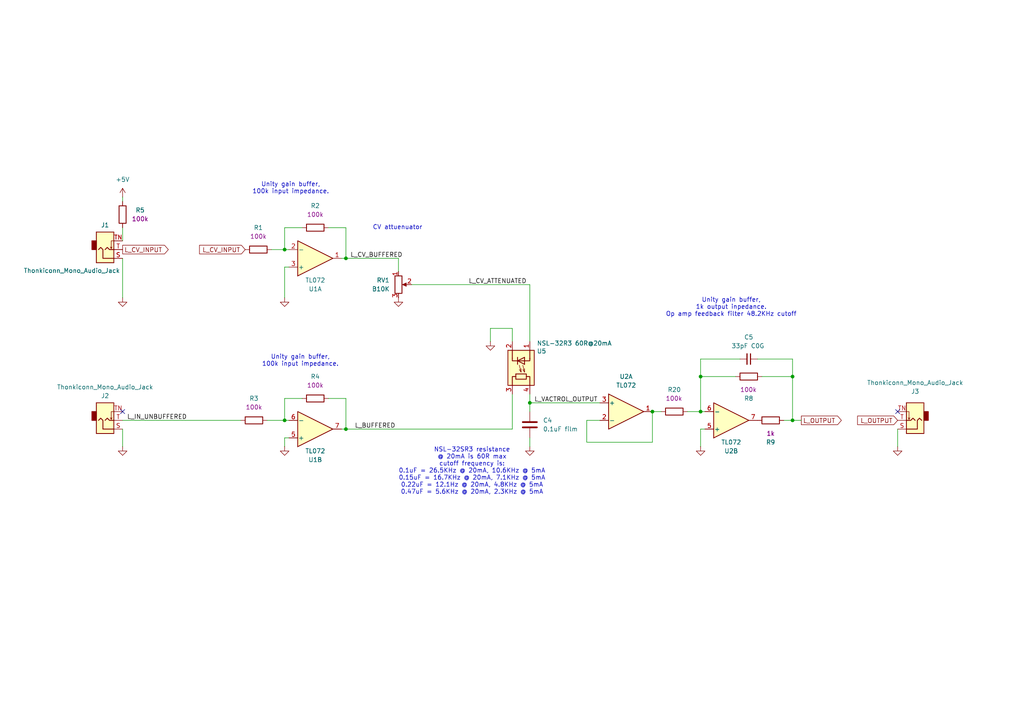
<source format=kicad_sch>
(kicad_sch (version 20250114) (generator "eeschema") (generator_version "9.0")
  (paper "A4")
  (lib_symbols
    (symbol "Device:C" (pin_numbers (hide yes)) (pin_names (offset 0.254))
      (property "Reference" "C" (at 0.635 2.54 0))
      (property "Value" "C" (at 0.635 -2.54 0))
      (symbol "C_0_1"
        (polyline (pts (xy -2.032 0.762) (xy 2.032 0.762)) (stroke (width 0.508)))
        (polyline (pts (xy -2.032 -0.762) (xy 2.032 -0.762)) (stroke (width 0.508)))
      )
      (symbol "C_1_1"
        (pin passive line (at 0 3.81 270) (length 2.794) (name "~") (number "1"))
        (pin passive line (at 0 -3.81 90) (length 2.794) (name "~") (number "2"))
      )
    )
    (symbol "Isolator:NSL-32" (pin_names (offset 0.762) (hide yes))
      (property "Reference" "U" (at 0 5.08 0))
      (property "Value" "NSL-32" (at 0 -5.08 0))
      (symbol "NSL-32_0_1"
        (rectangle (start -5.08 3.81) (end 5.08 -3.81) (stroke (width 0.254)) (fill (type background)))
        (polyline (pts (xy -5.08 2.54) (xy -2.54 2.54)) (stroke (width 0.254)))
        (polyline (pts (xy -2.794 -2.54) (xy -5.08 -2.54)) (stroke (width 0.254)))
        (polyline (pts (xy -2.794 -2.54) (xy -2.032 -2.54) (xy -2.032 2.54) (xy -2.794 2.54)) (stroke (width 0.254)))
        (polyline (pts (xy -1.016 1.016) (xy -3.048 1.016) (xy -2.032 -1.016) (xy -1.016 1.016)) (stroke (width 0.254)))
        (polyline (pts (xy -1.016 -1.016) (xy -3.048 -1.016)) (stroke (width 0.254)))
        (polyline (pts (xy -0.762 0.508) (xy 1.27 1.016)))
        (polyline (pts (xy -0.762 -0.508) (xy 1.27 0)))
        (polyline (pts (xy 0.254 1.016) (xy 1.27 1.016) (xy 0.508 0.508)))
        (polyline (pts (xy 0.254 0) (xy 1.27 0) (xy 0.508 -0.508)))
        (rectangle (start 1.778 1.524) (end 3.302 -1.524) (stroke (width 0.254)))
        (polyline (pts (xy 2.54 1.524) (xy 2.54 2.54) (xy 5.08 2.54)) (stroke (width 0.254)))
        (polyline (pts (xy 2.54 -1.524) (xy 2.54 -2.54) (xy 5.08 -2.54)) (stroke (width 0.254)))
      )
      (symbol "NSL-32_1_1"
        (pin passive line (at -7.62 2.54 0) (length 2.54) (name "A") (number "1"))
        (pin passive line (at -7.62 -2.54 0) (length 2.54) (name "K") (number "2"))
        (pin passive line (at 7.62 2.54 180) (length 2.54) (name "R") (number "4"))
        (pin passive line (at 7.62 -2.54 180) (length 2.54) (name "R") (number "3"))
      )
    )
    (symbol "Lichen:100k_0603" (pin_numbers (hide yes)) (pin_names (offset 0))
      (property "Reference" "R6" (at -2.54 -1.2701 0))
      (property "Display" "100k" (at -2.54 1.2699 0))
      (symbol "100k_0603_0_1"
        (rectangle (start -1.016 -2.54) (end 1.016 2.54) (stroke (width 0.254)))
      )
      (symbol "100k_0603_1_1"
        (pin passive line (at 0 3.81 270) (length 1.27) (name "~") (number "1"))
        (pin passive line (at 0 -3.81 90) (length 1.27) (name "~") (number "2"))
      )
    )
    (symbol "Lichen:1k_0603" (pin_numbers (hide yes)) (pin_names (offset 0))
      (property "Reference" "R8" (at 6.35 0 90))
      (property "Display" "1k" (at 3.81 0 90))
      (symbol "1k_0603_0_1"
        (rectangle (start -1.016 -2.54) (end 1.016 2.54) (stroke (width 0.254)))
      )
      (symbol "1k_0603_1_1"
        (pin passive line (at 0 3.81 270) (length 1.27) (name "~") (number "1"))
        (pin passive line (at 0 -3.81 90) (length 1.27) (name "~") (number "2"))
      )
    )
    (symbol "Lichen:33pF_C0G_0603_50V" (pin_numbers (hide yes)) (pin_names (offset 0.254) (hide yes))
      (property "Reference" "C4" (at 6.35 -0.0064 90))
      (property "Value" "33pF C0G" (at 3.81 -0.254 90))
      (property "Display" "33pF C0G" (at 3.81 -0.0063 90))
      (symbol "33pF_C0G_0603_50V_0_1"
        (polyline (pts (xy -1.524 0.508) (xy 1.524 0.508)) (stroke (width 0.3048)))
        (polyline (pts (xy -1.524 -0.508) (xy 1.524 -0.508)) (stroke (width 0.3302)))
      )
      (symbol "33pF_C0G_0603_50V_1_1"
        (pin passive line (at 0 2.54 270) (length 2.032) (name "~") (number "1"))
        (pin passive line (at 0 -2.54 90) (length 2.032) (name "~") (number "2"))
      )
    )
    (symbol "Lichen:Potentiometer" (pin_names (offset 1.016) (hide yes))
      (property "Reference" "RV1" (at -2.54 -1.2701 0))
      (property "Value" "B10K" (at -2.54 1.2699 0))
      (symbol "Potentiometer_0_1"
        (rectangle (start 1.016 2.54) (end -1.016 -2.54) (stroke (width 0.254)))
        (polyline (pts (xy 1.143 0) (xy 2.286 0.508) (xy 2.286 -0.508) (xy 1.143 0)) (fill (type outline)))
        (polyline (pts (xy 2.54 0) (xy 1.524 0)))
      )
      (symbol "Potentiometer_1_1"
        (pin passive line (at 0 3.81 270) (length 1.27) (name "1") (number "1"))
        (pin passive line (at 0 -3.81 90) (length 1.27) (name "3") (number "3"))
        (pin passive line (at 3.81 0 180) (length 1.27) (name "2") (number "2"))
      )
    )
    (symbol "Lichen:TL072" (pin_names (offset 0.127))
      (property "Reference" "OP3" (at 0 10.16 0))
      (property "Value" "TL072" (at 0 7.62 0))
      (symbol "TL072_1_1"
        (polyline (pts (xy -5.08 5.08) (xy 5.08 0) (xy -5.08 -5.08) (xy -5.08 5.08)) (stroke (width 0.254)) (fill (type background)))
        (pin input line (at -7.62 2.54 0) (length 2.54) (name "+") (number "3"))
        (pin input line (at -7.62 -2.54 0) (length 2.54) (name "-") (number "2"))
        (pin output line (at 7.62 0 180) (length 2.54) (name "~") (number "1"))
      )
      (symbol "TL072_2_1"
        (polyline (pts (xy -5.08 5.08) (xy 5.08 0) (xy -5.08 -5.08) (xy -5.08 5.08)) (stroke (width 0.254)) (fill (type background)))
        (pin input line (at -7.62 2.54 0) (length 2.54) (name "+") (number "5"))
        (pin input line (at -7.62 -2.54 0) (length 2.54) (name "-") (number "6"))
        (pin output line (at 7.62 0 180) (length 2.54) (name "~") (number "7"))
      )
      (symbol "TL072_3_1"
        (pin power_in line (at -2.54 7.62 270) (length 3.81) (name "V+") (number "8"))
        (pin power_in line (at -2.54 -7.62 90) (length 3.81) (name "V-") (number "4"))
      )
    )
    (symbol "Lichen:Thonkiconn_Mono_Audio_Jack"
      (property "Reference" "J1" (at -7.366 1.016 0))
      (property "Value" "Thonkiconn_Mono_Audio_Jack" (at -7.366 -1.524 0))
      (symbol "Thonkiconn_Mono_Audio_Jack_0_1"
        (rectangle (start -2.54 0) (end -3.81 -2.54) (stroke (width 0.254)) (fill (type outline)))
        (polyline (pts (xy 0 0) (xy 0.635 -0.635) (xy 1.27 0) (xy 2.54 0)) (stroke (width 0.254)))
        (polyline (pts (xy 1.778 -0.254) (xy 2.032 -0.762)))
        (rectangle (start 2.54 3.81) (end -2.54 -5.08) (stroke (width 0.254)) (fill (type background)))
        (polyline (pts (xy 2.54 2.54) (xy -0.635 2.54) (xy -0.635 0) (xy -1.27 -0.635) (xy -1.905 0)) (stroke (width 0.254)))
        (polyline (pts (xy 2.54 -2.54) (xy 1.778 -2.54) (xy 1.778 -0.254) (xy 1.524 -0.762)))
      )
      (symbol "Thonkiconn_Mono_Audio_Jack_1_1"
        (pin passive line (at 5.08 2.54 180) (length 2.54) (name "~") (number "S"))
        (pin passive line (at 5.08 0 180) (length 2.54) (name "~") (number "T"))
        (pin passive line (at 5.08 -2.54 180) (length 2.54) (name "~") (number "TN"))
      )
    )
    (symbol "power:+5V" (power) (pin_numbers (hide yes)) (pin_names (offset 0) (hide yes))
      (property "Value" "+5V" (at 0 3.556 0))
      (symbol "+5V_0_1"
        (polyline (pts (xy -0.762 1.27) (xy 0 2.54)))
        (polyline (pts (xy 0 2.54) (xy 0.762 1.27)))
        (polyline (pts (xy 0 0) (xy 0 2.54)))
      )
      (symbol "+5V_1_1"
        (pin power_in line (at 0 0 90) (length 0) (name "~") (number "1"))
      )
    )
    (symbol "power:GND" (power) (pin_numbers (hide yes)) (pin_names (offset 0) (hide yes))
      (property "Value" "GND" (at 0 -3.81 0))
      (symbol "GND_0_1"
        (polyline (pts (xy 0 0) (xy 0 -1.27) (xy 1.27 -1.27) (xy 0 -2.54) (xy -1.27 -1.27) (xy 0 -1.27)))
      )
      (symbol "GND_1_1"
        (pin power_in line (at 0 0 270) (length 0) (name "~") (number "1"))
      )
    )
  )
  (text "Unity gain buffer,\n100k input impedance." (at 87.122 104.648 0) (effects (font (size 1.27 1.27))))
  (text "Unity gain buffer,\n100k input impedance." (at 84.328 54.61 0) (effects (font (size 1.27 1.27))))
  (text "NSL-32SR3 resistance\n@ 20mA is 60R max\ncutoff frequency is:\n0.1uF = 26.5KHz @ 20mA, 10.6KHz @ 5mA\n0.15uF = 16.7KHz @ 20mA, 7.1KHz @ 5mA\n0.22uF = 12.1Hz @ 20mA, 4.8KHz @ 5mA\n0.47uF = 5.6KHz @ 20mA, 2.3KHz @ 5mA" (at 136.906 136.652 0) (effects (font (size 1.27 1.27))))
  (text "Unity gain buffer,\n1k output inpedance.\nOp amp feedback filter 48.2KHz cutoff" (at 212.09 89.154 0) (effects (font (size 1.27 1.27))))
  (text "CV attuenuator" (at 115.316 66.04 0) (effects (font (size 1.27 1.27))))
  (junction (at 100.33 74.93))
  (junction (at 203.2 109.22))
  (junction (at 189.23 119.38))
  (junction (at 82.55 121.92))
  (junction (at 153.67 116.84))
  (junction (at 229.87 121.92))
  (junction (at 82.55 72.39))
  (junction (at 100.33 124.46))
  (junction (at 203.2 119.38))
  (junction (at 229.87 109.22))
  (no_connect (at 35.56 119.38))
  (no_connect (at 260.35 119.38))
  (wire (pts (xy 170.18 121.92) (xy 173.99 121.92)))
  (wire (pts (xy 100.33 124.46) (xy 148.59 124.46)))
  (wire (pts (xy 220.98 109.22) (xy 229.87 109.22)))
  (wire (pts (xy 203.2 109.22) (xy 203.2 119.38)))
  (wire (pts (xy 203.2 109.22) (xy 213.36 109.22)))
  (wire (pts (xy 153.67 129.54) (xy 153.67 127)))
  (wire (pts (xy 115.57 74.93) (xy 115.57 78.74)))
  (wire (pts (xy 142.24 95.25) (xy 142.24 99.06)))
  (wire (pts (xy 82.55 127) (xy 83.82 127)))
  (wire (pts (xy 100.33 115.57) (xy 100.33 124.46)))
  (wire (pts (xy 203.2 129.54) (xy 203.2 124.46)))
  (wire (pts (xy 99.06 74.93) (xy 100.33 74.93)))
  (wire (pts (xy 100.33 74.93) (xy 115.57 74.93)))
  (wire (pts (xy 95.25 115.57) (xy 100.33 115.57)))
  (wire (pts (xy 199.39 119.38) (xy 203.2 119.38)))
  (wire (pts (xy 99.06 124.46) (xy 100.33 124.46)))
  (wire (pts (xy 87.63 66.04) (xy 82.55 66.04)))
  (wire (pts (xy 227.33 121.92) (xy 229.87 121.92)))
  (wire (pts (xy 148.59 124.46) (xy 148.59 114.3)))
  (wire (pts (xy 77.47 121.92) (xy 82.55 121.92)))
  (wire (pts (xy 82.55 115.57) (xy 82.55 121.92)))
  (wire (pts (xy 35.56 129.54) (xy 35.56 124.46)))
  (wire (pts (xy 82.55 121.92) (xy 83.82 121.92)))
  (wire (pts (xy 35.56 74.93) (xy 35.56 86.36)))
  (wire (pts (xy 229.87 121.92) (xy 232.41 121.92)))
  (wire (pts (xy 78.74 72.39) (xy 82.55 72.39)))
  (wire (pts (xy 35.56 121.92) (xy 69.85 121.92)))
  (wire (pts (xy 203.2 119.38) (xy 204.47 119.38)))
  (wire (pts (xy 153.67 114.3) (xy 153.67 116.84)))
  (wire (pts (xy 203.2 124.46) (xy 204.47 124.46)))
  (wire (pts (xy 229.87 109.22) (xy 229.87 121.92)))
  (wire (pts (xy 203.2 104.14) (xy 203.2 109.22)))
  (wire (pts (xy 82.55 72.39) (xy 83.82 72.39)))
  (wire (pts (xy 82.55 66.04) (xy 82.55 72.39)))
  (wire (pts (xy 82.55 77.47) (xy 83.82 77.47)))
  (wire (pts (xy 35.56 66.04) (xy 35.56 69.85)))
  (wire (pts (xy 82.55 86.36) (xy 82.55 77.47)))
  (wire (pts (xy 153.67 82.55) (xy 153.67 99.06)))
  (wire (pts (xy 260.35 129.54) (xy 260.35 124.46)))
  (wire (pts (xy 95.25 66.04) (xy 100.33 66.04)))
  (wire (pts (xy 229.87 104.14) (xy 229.87 109.22)))
  (wire (pts (xy 148.59 95.25) (xy 142.24 95.25)))
  (wire (pts (xy 119.38 82.55) (xy 153.67 82.55)))
  (wire (pts (xy 153.67 116.84) (xy 173.99 116.84)))
  (wire (pts (xy 189.23 128.27) (xy 170.18 128.27)))
  (wire (pts (xy 170.18 128.27) (xy 170.18 121.92)))
  (wire (pts (xy 189.23 119.38) (xy 191.77 119.38)))
  (wire (pts (xy 189.23 119.38) (xy 189.23 128.27)))
  (wire (pts (xy 100.33 66.04) (xy 100.33 74.93)))
  (wire (pts (xy 35.56 58.42) (xy 35.56 57.15)))
  (wire (pts (xy 219.71 104.14) (xy 229.87 104.14)))
  (wire (pts (xy 153.67 119.38) (xy 153.67 116.84)))
  (wire (pts (xy 148.59 99.06) (xy 148.59 95.25)))
  (wire (pts (xy 214.63 104.14) (xy 203.2 104.14)))
  (wire (pts (xy 82.55 129.54) (xy 82.55 127)))
  (wire (pts (xy 87.63 115.57) (xy 82.55 115.57)))
  (label "L_BUFFERED" (at 102.87 124.46 0))
  (label "L_VACTROL_OUTPUT" (at 154.94 116.84 0))
  (label "L_CV_ATTENUATED" (at 135.89 82.55 0))
  (label "L_CV_BUFFERED" (at 101.6 74.93 0))
  (label "L_IN_UNBUFFERED" (at 36.83 121.92 0))
  (global_label "L_CV_INPUT" (shape output) (at 35.56 72.39 0) (property "Intersheetrefs" "${INTERSHEET_REFS}" (effects (hide yes))))
  (global_label "L_OUTPUT" (shape output) (at 232.41 121.92 0) (property "Intersheetrefs" "${INTERSHEET_REFS}" (effects (hide yes))))
  (global_label "L_OUTPUT" (shape input) (at 260.35 121.92 180) (property "Intersheetrefs" "${INTERSHEET_REFS}" (effects (hide yes))))
  (global_label "L_CV_INPUT" (shape input) (at 71.12 72.39 180) (property "Intersheetrefs" "${INTERSHEET_REFS}" (effects (hide yes))))
  (symbol (lib_id "Lichen:100k_0603") (at 91.44 66.04 90) (mirror x) (unit 1)
    (property "Reference" "R2" (at 91.44 59.69 90))
    (property "Value" "100k" (effects (hide yes)))
    (property "Footprint" "Lichen:R_0603" (effects (hide yes)))
    (property "Datasheet" "https://www.lcsc.com/datasheet/lcsc_datasheet_2206010045_UNI-ROYAL-Uniroyal-Elec-0603WAF1003T5E_C25803.pdf" (effects (hide yes)))
    (property "Description" "100K, 1%, 1/10W, 0603" (effects (hide yes)))
    (property "Manufacturer" "UNI-ROYAL" (effects (hide yes)))
    (property "Part Number" "0603WAF1003T5E" (effects (hide yes)))
    (property "Display" "100k" (at 91.44 62.23 90))
    (property "JLCPCB ID" "C25803" (effects (hide yes)))
    (instances (project "active-lpg-board" (path "" (reference "R2") (unit 1)) (path "" (reference "R10") (unit 1))))
  )
  (symbol (lib_id "Device:C") (at 153.67 123.19 0) (unit 1)
    (property "Reference" "C4" (at 157.48 121.9199 0) (effects (justify left)))
    (property "Value" "0.1uF film" (at 157.48 124.4599 0) (effects (justify left)))
    (property "Footprint" "Capacitor_THT:C_Rect_L7.2mm_W2.5mm_P5.00mm_FKS2_FKP2_MKS2_MKP2" (effects (hide yes)))
    (property "Description" "Unpolarized capacitor" (effects (hide yes)))
    (instances (project "active-lpg-board" (path "" (reference "C4") (unit 1)) (path "" (reference "C3") (unit 1))))
  )
  (symbol (lib_id "Lichen:1k_0603") (at 223.52 121.92 90) (mirror x) (unit 1)
    (property "Reference" "R9" (at 223.52 128.27 90))
    (property "Value" "10k_0603" (effects (hide yes)))
    (property "Footprint" "Lichen:R_0603" (effects (hide yes)))
    (property "Datasheet" "https://www.lcsc.com/datasheet/lcsc_datasheet_2206010130_UNI-ROYAL-Uniroyal-Elec-0603WAF1001T5E_C21190.pdf" (effects (hide yes)))
    (property "Description" "1K, 1%, 1/10W, 0603" (effects (hide yes)))
    (property "Manufacturer" "UNI-ROYAL" (effects (hide yes)))
    (property "Part Number" "0603WAF1001T5E" (effects (hide yes)))
    (property "Display" "1k" (at 223.52 125.73 90))
    (property "JLCPCB ID" "C25804" (effects (hide yes)))
    (property "LCSC" "C21190" (effects (hide yes)))
    (instances (project "active-lpg-board" (path "" (reference "R9") (unit 1)) (path "" (reference "R16") (unit 1))))
  )
  (symbol (lib_id "Lichen:100k_0603") (at 73.66 121.92 90) (unit 1)
    (property "Reference" "R3" (at 73.66 115.57 90))
    (property "Value" "100k" (effects (hide yes)))
    (property "Footprint" "Lichen:R_0603" (effects (hide yes)))
    (property "Datasheet" "https://www.lcsc.com/datasheet/lcsc_datasheet_2206010045_UNI-ROYAL-Uniroyal-Elec-0603WAF1003T5E_C25803.pdf" (effects (hide yes)))
    (property "Description" "100K, 1%, 1/10W, 0603" (effects (hide yes)))
    (property "Manufacturer" "UNI-ROYAL" (effects (hide yes)))
    (property "Part Number" "0603WAF1003T5E" (effects (hide yes)))
    (property "Display" "100k" (at 73.66 118.11 90))
    (property "JLCPCB ID" "C25803" (effects (hide yes)))
    (instances (project "active-lpg-board" (path "" (reference "R3") (unit 1)) (path "" (reference "R11") (unit 1))))
  )
  (symbol (lib_id "Lichen:100k_0603") (at 35.56 62.23 0) (unit 1)
    (property "Reference" "R5" (at 40.64 60.96 0))
    (property "Value" "100k" (effects (hide yes)))
    (property "Footprint" "Lichen:R_0603" (effects (hide yes)))
    (property "Datasheet" "https://www.lcsc.com/datasheet/lcsc_datasheet_2206010045_UNI-ROYAL-Uniroyal-Elec-0603WAF1003T5E_C25803.pdf" (effects (hide yes)))
    (property "Description" "100K, 1%, 1/10W, 0603" (effects (hide yes)))
    (property "Manufacturer" "UNI-ROYAL" (effects (hide yes)))
    (property "Part Number" "0603WAF1003T5E" (effects (hide yes)))
    (property "Display" "100k" (at 40.64 63.5 0))
    (property "JLCPCB ID" "C25803" (effects (hide yes)))
  )
  (symbol (lib_id "Lichen:TL072") (at 181.61 119.38 0) (unit 1)
    (property "Reference" "U2" (at 181.61 109.22 0))
    (property "Value" "TL072" (at 181.61 111.76 0))
    (property "Footprint" "Package_SO:SOIC-8_3.9x4.9mm_P1.27mm" (effects (hide yes)))
    (property "Datasheet" "http://www.ti.com/lit/ds/symlink/tl071.pdf" (effects (hide yes)))
    (property "Description" "Dual Low-Noise JFET-Input Operational Amplifiers, DIP-8/SOIC-8" (effects (hide yes)))
    (property "LCSC" "C6961" (effects (hide yes)))
    (property "Manufacturer" "STMicroelectronics" (effects (hide yes)))
    (property "Part Number" "TL072CDT" (effects (hide yes)))
  )
  (symbol (lib_id "power:GND") (at 203.2 129.54 0) (unit 1)
    (property "Reference" "#PWR023" (effects (hide yes)))
    (property "Value" "GND" (effects (hide yes)))
    (property "Description" "Power symbol creates a global label with name \"GND\" , ground" (effects (hide yes)))
    (instances (project "active-lpg-board" (path "" (reference "#PWR023") (unit 1)) (path "" (reference "#PWR019") (unit 1))))
  )
  (symbol (lib_id "Lichen:Thonkiconn_Mono_Audio_Jack") (at 265.43 121.92 180) (unit 1)
    (property "Reference" "J3" (at 265.43 113.538 0))
    (property "Value" "Thonkiconn_Mono_Audio_Jack" (at 265.43 110.998 0))
    (property "Footprint" "Lichen:Audio_Jack_Thonkiconn_Mono" (effects (hide yes)))
    (property "Datasheet" "https://www.thonk.co.uk/wp-content/uploads/2018/07/Thonkiconn_Jack_Datasheet-new.jpg" (effects (hide yes)))
    (property "Description" "Audio Jack, 2 Poles (Mono / TS), Switched T Pole (Normalling)" (effects (hide yes)))
    (property "Manufacturer" "WQP" (effects (hide yes)))
    (property "Part Number" "WQP518MA/PJ398SM" (effects (hide yes)))
    (instances (project "active-lpg-board" (path "" (reference "J3") (unit 1)) (path "" (reference "J6") (unit 1))))
  )
  (symbol (lib_id "Lichen:100k_0603") (at 195.58 119.38 90) (unit 1)
    (property "Reference" "R20" (at 195.58 113.03 90))
    (property "Value" "10k_0603" (effects (hide yes)))
    (property "Footprint" "Lichen:R_0603" (effects (hide yes)))
    (property "Datasheet" "https://www.lcsc.com/datasheet/lcsc_datasheet_2206010045_UNI-ROYAL-Uniroyal-Elec-0603WAF1003T5E_C25803.pdf" (effects (hide yes)))
    (property "Description" "100K, 1%, 1/10W, 0603" (effects (hide yes)))
    (property "Manufacturer" "UNI-ROYAL" (effects (hide yes)))
    (property "Part Number" "0603WAF1003T5E" (effects (hide yes)))
    (property "Display" "100k" (at 193.04 115.57 90) (effects (justify right)))
    (property "JLCPCB ID" "C25803" (effects (hide yes)))
  )
  (symbol (lib_id "Lichen:33pF_C0G_0603_50V") (at 217.17 104.14 270) (mirror x) (unit 1)
    (property "Reference" "C5" (at 217.1636 97.79 90))
    (property "Value" "33pF C0G" (at 216.916 100.33 90))
    (property "Footprint" "Lichen:C_0603" (effects (hide yes)))
    (property "Description" "33pF 50V C0G ±5% 0603 MLCC" (effects (hide yes)))
    (property "Specifications" "33pF 50V C0G ±5% 0603 MLCC" (effects (hide yes)))
    (property "Manufacturer" "Samsung Electro-Mechanics" (effects (hide yes)))
    (property "Part Number" "CL10C330JB8NNNC" (effects (hide yes)))
    (property "Display" "33pF C0G" (effects (hide yes)))
    (property "LCSC" "C1663" (effects (hide yes)))
  )
  (symbol (lib_id "power:GND") (at 153.67 129.54 0) (unit 1)
    (property "Reference" "#PWR022" (effects (hide yes)))
    (property "Value" "GND" (effects (hide yes)))
    (property "Description" "Power symbol creates a global label with name \"GND\" , ground" (effects (hide yes)))
    (instances (project "active-lpg-board" (path "" (reference "#PWR022") (unit 1)) (path "" (reference "#PWR018") (unit 1))))
  )
  (symbol (lib_id "Lichen:Thonkiconn_Mono_Audio_Jack") (at 30.48 72.39 0) (mirror x) (unit 1)
    (property "Reference" "J1" (at 30.48 65.278 0))
    (property "Value" "Thonkiconn_Mono_Audio_Jack" (at 20.828 78.486 0))
    (property "Footprint" "Lichen:Audio_Jack_Thonkiconn_Mono" (effects (hide yes)))
    (property "Datasheet" "https://www.thonk.co.uk/wp-content/uploads/2018/07/Thonkiconn_Jack_Datasheet-new.jpg" (effects (hide yes)))
    (property "Description" "Audio Jack, 2 Poles (Mono / TS), Switched T Pole (Normalling)" (effects (hide yes)))
    (property "Manufacturer" "WQP" (effects (hide yes)))
    (property "Part Number" "WQP518MA/PJ398SM" (effects (hide yes)))
    (instances (project "active-lpg-board" (path "" (reference "J1") (unit 1)) (path "" (reference "J4") (unit 1))))
  )
  (symbol (lib_id "Lichen:100k_0603") (at 74.93 72.39 90) (unit 1)
    (property "Reference" "R1" (at 74.93 66.04 90))
    (property "Value" "100k" (effects (hide yes)))
    (property "Footprint" "Lichen:R_0603" (effects (hide yes)))
    (property "Datasheet" "https://www.lcsc.com/datasheet/lcsc_datasheet_2206010045_UNI-ROYAL-Uniroyal-Elec-0603WAF1003T5E_C25803.pdf" (effects (hide yes)))
    (property "Description" "100K, 1%, 1/10W, 0603" (effects (hide yes)))
    (property "Manufacturer" "UNI-ROYAL" (effects (hide yes)))
    (property "Part Number" "0603WAF1003T5E" (effects (hide yes)))
    (property "Display" "100k" (at 74.93 68.58 90))
    (property "JLCPCB ID" "C25803" (effects (hide yes)))
    (instances (project "active-lpg-board" (path "" (reference "R1") (unit 1)) (path "" (reference "R9") (unit 1))))
  )
  (symbol (lib_id "Lichen:100k_0603") (at 91.44 115.57 90) (mirror x) (unit 1)
    (property "Reference" "R4" (at 91.44 109.22 90))
    (property "Value" "100k" (effects (hide yes)))
    (property "Footprint" "Lichen:R_0603" (effects (hide yes)))
    (property "Datasheet" "https://www.lcsc.com/datasheet/lcsc_datasheet_2206010045_UNI-ROYAL-Uniroyal-Elec-0603WAF1003T5E_C25803.pdf" (effects (hide yes)))
    (property "Description" "100K, 1%, 1/10W, 0603" (effects (hide yes)))
    (property "Manufacturer" "UNI-ROYAL" (effects (hide yes)))
    (property "Part Number" "0603WAF1003T5E" (effects (hide yes)))
    (property "Display" "100k" (at 91.44 111.76 90))
    (property "JLCPCB ID" "C25803" (effects (hide yes)))
    (instances (project "active-lpg-board" (path "" (reference "R4") (unit 1)) (path "" (reference "R12") (unit 1))))
  )
  (symbol (lib_id "Lichen:100k_0603") (at 217.17 109.22 90) (mirror x) (unit 1)
    (property "Reference" "R8" (at 217.17 115.57 90))
    (property "Value" "10k_0603" (effects (hide yes)))
    (property "Footprint" "Lichen:R_0603" (effects (hide yes)))
    (property "Datasheet" "https://www.lcsc.com/datasheet/lcsc_datasheet_2206010045_UNI-ROYAL-Uniroyal-Elec-0603WAF1003T5E_C25803.pdf" (effects (hide yes)))
    (property "Description" "100K, 1%, 1/10W, 0603" (effects (hide yes)))
    (property "Manufacturer" "UNI-ROYAL" (effects (hide yes)))
    (property "Part Number" "0603WAF1003T5E" (effects (hide yes)))
    (property "Display" "100k" (at 214.63 113.03 90) (effects (justify right)))
    (property "JLCPCB ID" "C25803" (effects (hide yes)))
    (instances (project "active-lpg-board" (path "" (reference "R8") (unit 1)) (path "" (reference "R15") (unit 1))))
  )
  (symbol (lib_id "Lichen:TL072") (at 91.44 124.46 0) (mirror x) (unit 2)
    (property "Reference" "U1" (at 91.44 133.35 0))
    (property "Value" "TL072" (at 91.44 130.81 0))
    (property "Footprint" "Package_SO:SOIC-8_3.9x4.9mm_P1.27mm" (effects (hide yes)))
    (property "Datasheet" "http://www.ti.com/lit/ds/symlink/tl071.pdf" (effects (hide yes)))
    (property "Description" "Dual Low-Noise JFET-Input Operational Amplifiers, DIP-8/SOIC-8" (effects (hide yes)))
    (property "LCSC" "C6961" (effects (hide yes)))
    (property "Manufacturer" "STMicroelectronics" (effects (hide yes)))
    (property "Part Number" "TL072CDT" (effects (hide yes)))
  )
  (symbol (lib_id "power:+5V") (at 35.56 57.15 0) (unit 1)
    (property "Reference" "#PWR031" (effects (hide yes)))
    (property "Value" "+5V" (at 35.56 52.07 0))
    (property "Description" "Power symbol creates a global label with name \"+5V\"" (effects (hide yes)))
  )
  (symbol (lib_id "power:GND") (at 260.35 129.54 0) (unit 1)
    (property "Reference" "#PWR024" (effects (hide yes)))
    (property "Value" "GND" (effects (hide yes)))
    (property "Description" "Power symbol creates a global label with name \"GND\" , ground" (effects (hide yes)))
    (instances (project "active-lpg-board" (path "" (reference "#PWR024") (unit 1)) (path "" (reference "#PWR020") (unit 1))))
  )
  (symbol (lib_id "Isolator:NSL-32") (at 151.13 106.68 270) (unit 1)
    (property "Reference" "U5" (at 155.702 101.854 90) (effects (justify left)))
    (property "Value" "NSL-32R3 60R@20mA" (at 155.702 99.568 90) (effects (justify left)))
    (property "Footprint" "Lichen:NSL-32" (effects (hide yes)))
    (property "Datasheet" "http://lunainc.com/wp-content/uploads/2016/06/NSL-32.pdf" (effects (hide yes)))
    (property "Description" "Optocoupler, LED Input, Photocell Output" (effects (hide yes)))
    (instances (project "active-lpg-board" (path "" (reference "U5") (unit 1)) (path "" (reference "U6") (unit 1))))
  )
  (symbol (lib_id "power:GND") (at 35.56 86.36 0) (unit 1)
    (property "Reference" "#PWR015" (effects (hide yes)))
    (property "Value" "GND" (effects (hide yes)))
    (property "Description" "Power symbol creates a global label with name \"GND\" , ground" (effects (hide yes)))
    (instances (project "active-lpg-board" (path "" (reference "#PWR015") (unit 1)) (path "" (reference "#PWR011") (unit 1))))
  )
  (symbol (lib_id "Lichen:TL072") (at 91.44 74.93 0) (mirror x) (unit 1)
    (property "Reference" "U1" (at 91.44 83.82 0))
    (property "Value" "TL072" (at 91.44 81.28 0))
    (property "Footprint" "Package_SO:SOIC-8_3.9x4.9mm_P1.27mm" (effects (hide yes)))
    (property "Datasheet" "http://www.ti.com/lit/ds/symlink/tl071.pdf" (effects (hide yes)))
    (property "Description" "Dual Low-Noise JFET-Input Operational Amplifiers, DIP-8/SOIC-8" (effects (hide yes)))
    (property "LCSC" "C6961" (effects (hide yes)))
    (property "Manufacturer" "STMicroelectronics" (effects (hide yes)))
    (property "Part Number" "TL072CDT" (effects (hide yes)))
  )
  (symbol (lib_id "power:GND") (at 142.24 99.06 0) (unit 1)
    (property "Reference" "#PWR020" (effects (hide yes)))
    (property "Value" "GND" (effects (hide yes)))
    (property "Description" "Power symbol creates a global label with name \"GND\" , ground" (effects (hide yes)))
  )
  (symbol (lib_id "Lichen:TL072") (at 212.09 121.92 0) (mirror x) (unit 2)
    (property "Reference" "U2" (at 212.09 130.81 0))
    (property "Value" "TL072" (at 212.09 128.27 0))
    (property "Footprint" "Package_SO:SOIC-8_3.9x4.9mm_P1.27mm" (effects (hide yes)))
    (property "Datasheet" "http://www.ti.com/lit/ds/symlink/tl071.pdf" (effects (hide yes)))
    (property "Description" "Dual Low-Noise JFET-Input Operational Amplifiers, DIP-8/SOIC-8" (effects (hide yes)))
    (property "LCSC" "C6961" (effects (hide yes)))
    (property "Manufacturer" "STMicroelectronics" (effects (hide yes)))
    (property "Part Number" "TL072CDT" (effects (hide yes)))
  )
  (symbol (lib_id "power:GND") (at 82.55 86.36 0) (unit 1)
    (property "Reference" "#PWR016" (effects (hide yes)))
    (property "Value" "GND" (effects (hide yes)))
    (property "Description" "Power symbol creates a global label with name \"GND\" , ground" (effects (hide yes)))
    (instances (project "active-lpg-board" (path "" (reference "#PWR016") (unit 1)) (path "" (reference "#PWR012") (unit 1))))
  )
  (symbol (lib_id "power:GND") (at 35.56 129.54 0) (unit 1)
    (property "Reference" "#PWR017" (effects (hide yes)))
    (property "Value" "GND" (effects (hide yes)))
    (property "Description" "Power symbol creates a global label with name \"GND\" , ground" (effects (hide yes)))
    (instances (project "active-lpg-board" (path "" (reference "#PWR017") (unit 1)) (path "" (reference "#PWR013") (unit 1))))
  )
  (symbol (lib_id "Lichen:Potentiometer") (at 115.57 82.55 0) (unit 1)
    (property "Reference" "RV1" (at 113.03 81.2799 0) (effects (justify right)))
    (property "Value" "B10K" (at 113.03 83.8199 0) (effects (justify right)))
    (property "Footprint" "Lichen:Potentiometer_Alpha_RD901_Eurorack" (effects (hide yes)))
    (property "Datasheet" "https://www.thonk.co.uk/wp-content/uploads/2017/12/Alpha-9mm-Vertical-T18-RD901F-40-15K-B50K-0057.pdf" (effects (hide yes)))
    (property "Description" "Alpha RD901 Vertical Snap-In Potentiometer" (effects (hide yes)))
    (property "Part Number" "RD901F-40" (effects (hide yes)))
    (property "Manufacturer" "Taiwan Alpha Electronic" (effects (hide yes)))
    (instances (project "active-lpg-board" (path "" (reference "RV1") (unit 1)) (path "" (reference "RV2") (unit 1))))
  )
  (symbol (lib_id "power:GND") (at 82.55 129.54 0) (unit 1)
    (property "Reference" "#PWR019" (effects (hide yes)))
    (property "Value" "GND" (effects (hide yes)))
    (property "Description" "Power symbol creates a global label with name \"GND\" , ground" (effects (hide yes)))
    (instances (project "active-lpg-board" (path "" (reference "#PWR019") (unit 1)) (path "" (reference "#PWR015") (unit 1))))
  )
  (symbol (lib_id "power:GND") (at 115.57 86.36 0) (unit 1)
    (property "Reference" "#PWR018" (effects (hide yes)))
    (property "Value" "GND" (effects (hide yes)))
    (property "Description" "Power symbol creates a global label with name \"GND\" , ground" (effects (hide yes)))
    (instances (project "active-lpg-board" (path "" (reference "#PWR018") (unit 1)) (path "" (reference "#PWR014") (unit 1))))
  )
  (symbol (lib_id "Lichen:Thonkiconn_Mono_Audio_Jack") (at 30.48 121.92 0) (mirror x) (unit 1)
    (property "Reference" "J2" (at 30.48 114.808 0))
    (property "Value" "Thonkiconn_Mono_Audio_Jack" (at 30.48 112.268 0))
    (property "Footprint" "Lichen:Audio_Jack_Thonkiconn_Mono" (effects (hide yes)))
    (property "Datasheet" "https://www.thonk.co.uk/wp-content/uploads/2018/07/Thonkiconn_Jack_Datasheet-new.jpg" (effects (hide yes)))
    (property "Description" "Audio Jack, 2 Poles (Mono / TS), Switched T Pole (Normalling)" (effects (hide yes)))
    (property "Manufacturer" "WQP" (effects (hide yes)))
    (property "Part Number" "WQP518MA/PJ398SM" (effects (hide yes)))
    (instances (project "active-lpg-board" (path "" (reference "J2") (unit 1)) (path "" (reference "J5") (unit 1))))
  )
)
</source>
